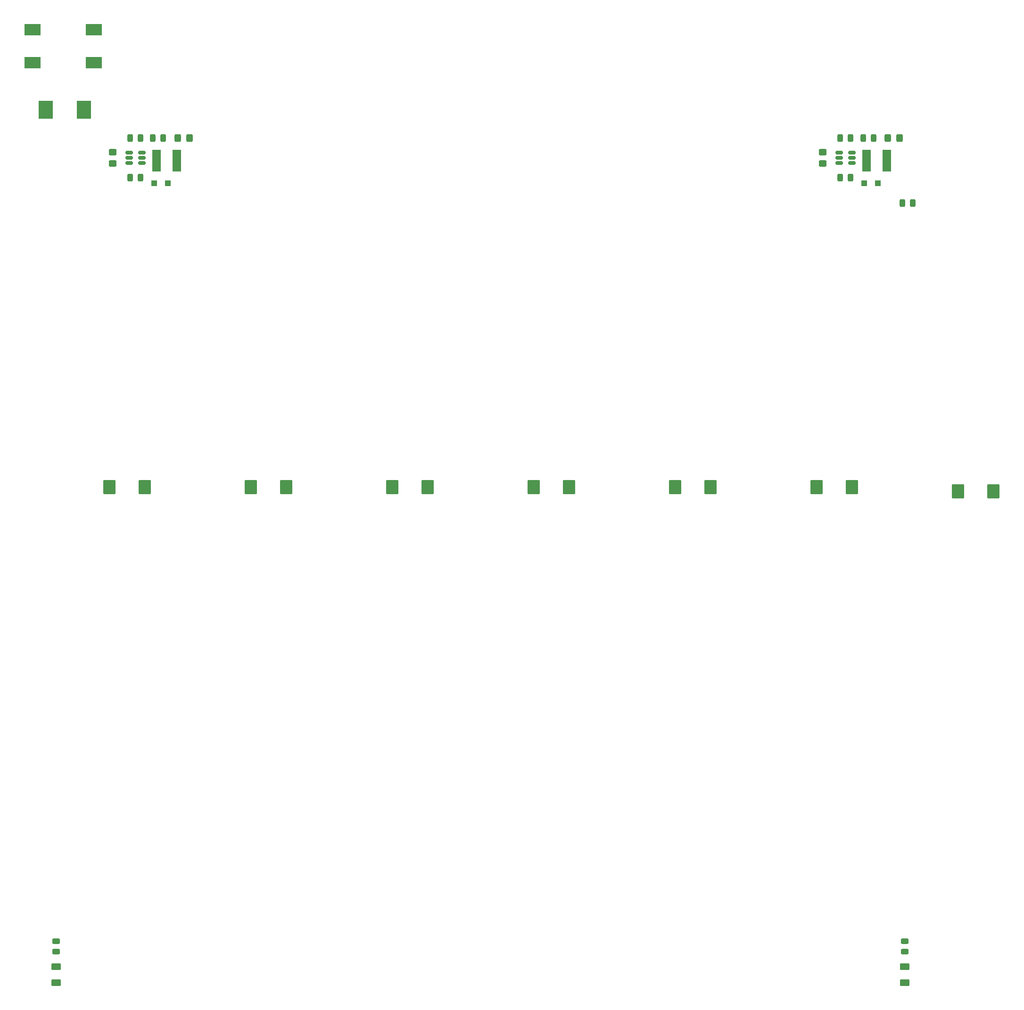
<source format=gbr>
%TF.GenerationSoftware,KiCad,Pcbnew,6.0.1-79c1e3a40b~116~ubuntu20.04.1*%
%TF.CreationDate,2022-02-06T08:21:25-08:00*%
%TF.ProjectId,rc2014-compat-backplane,72633230-3134-42d6-936f-6d7061742d62,rev?*%
%TF.SameCoordinates,Original*%
%TF.FileFunction,Paste,Top*%
%TF.FilePolarity,Positive*%
%FSLAX46Y46*%
G04 Gerber Fmt 4.6, Leading zero omitted, Abs format (unit mm)*
G04 Created by KiCad (PCBNEW 6.0.1-79c1e3a40b~116~ubuntu20.04.1) date 2022-02-06 08:21:25*
%MOMM*%
%LPD*%
G01*
G04 APERTURE LIST*
G04 Aperture macros list*
%AMRoundRect*
0 Rectangle with rounded corners*
0 $1 Rounding radius*
0 $2 $3 $4 $5 $6 $7 $8 $9 X,Y pos of 4 corners*
0 Add a 4 corners polygon primitive as box body*
4,1,4,$2,$3,$4,$5,$6,$7,$8,$9,$2,$3,0*
0 Add four circle primitives for the rounded corners*
1,1,$1+$1,$2,$3*
1,1,$1+$1,$4,$5*
1,1,$1+$1,$6,$7*
1,1,$1+$1,$8,$9*
0 Add four rect primitives between the rounded corners*
20,1,$1+$1,$2,$3,$4,$5,0*
20,1,$1+$1,$4,$5,$6,$7,0*
20,1,$1+$1,$6,$7,$8,$9,0*
20,1,$1+$1,$8,$9,$2,$3,0*%
G04 Aperture macros list end*
%ADD10RoundRect,0.250000X-0.875000X-1.025000X0.875000X-1.025000X0.875000X1.025000X-0.875000X1.025000X0*%
%ADD11RoundRect,0.243750X0.456250X-0.243750X0.456250X0.243750X-0.456250X0.243750X-0.456250X-0.243750X0*%
%ADD12RoundRect,0.250000X0.625000X-0.375000X0.625000X0.375000X-0.625000X0.375000X-0.625000X-0.375000X0*%
%ADD13R,3.000000X2.000000*%
%ADD14RoundRect,0.150000X0.512500X0.150000X-0.512500X0.150000X-0.512500X-0.150000X0.512500X-0.150000X0*%
%ADD15RoundRect,0.243750X0.243750X0.456250X-0.243750X0.456250X-0.243750X-0.456250X0.243750X-0.456250X0*%
%ADD16RoundRect,0.243750X-0.243750X-0.456250X0.243750X-0.456250X0.243750X0.456250X-0.243750X0.456250X0*%
%ADD17R,1.500000X4.000000*%
%ADD18R,1.000000X1.000000*%
%ADD19R,2.500000X3.300000*%
%ADD20RoundRect,0.250000X-0.325000X-0.450000X0.325000X-0.450000X0.325000X0.450000X-0.325000X0.450000X0*%
%ADD21RoundRect,0.250000X-0.450000X0.325000X-0.450000X-0.325000X0.450000X-0.325000X0.450000X0.325000X0*%
G04 APERTURE END LIST*
D10*
%TO.C,C13*%
X200000000Y-106680000D03*
X206400000Y-106680000D03*
%TD*%
%TO.C,C12*%
X174600000Y-105918000D03*
X181000000Y-105918000D03*
%TD*%
%TO.C,C9*%
X149200000Y-105918000D03*
X155600000Y-105918000D03*
%TD*%
%TO.C,C6*%
X123800000Y-105918000D03*
X130200000Y-105918000D03*
%TD*%
%TO.C,C3*%
X98400000Y-105918000D03*
X104800000Y-105918000D03*
%TD*%
%TO.C,C2*%
X73000000Y-105918000D03*
X79400000Y-105918000D03*
%TD*%
%TO.C,C1*%
X47600000Y-105918000D03*
X54000000Y-105918000D03*
%TD*%
D11*
%TO.C,R9*%
X190500000Y-189405500D03*
X190500000Y-187530500D03*
%TD*%
%TO.C,R8*%
X38100000Y-189405500D03*
X38100000Y-187530500D03*
%TD*%
D12*
%TO.C,D5*%
X190500000Y-194948000D03*
X190500000Y-192148000D03*
%TD*%
%TO.C,D4*%
X38100000Y-192148000D03*
X38100000Y-194948000D03*
%TD*%
D13*
%TO.C,J1*%
X44870000Y-23670000D03*
X44870000Y-29670000D03*
X33870000Y-29670000D03*
X33870000Y-23670000D03*
%TD*%
D14*
%TO.C,U2*%
X180969500Y-47686000D03*
X180969500Y-46736000D03*
X180969500Y-45786000D03*
X178694500Y-45786000D03*
X178694500Y-46736000D03*
X178694500Y-47686000D03*
%TD*%
%TO.C,U1*%
X53461500Y-47686000D03*
X53461500Y-46736000D03*
X53461500Y-45786000D03*
X51186500Y-45786000D03*
X51186500Y-46736000D03*
X51186500Y-47686000D03*
%TD*%
D15*
%TO.C,R6*%
X191945500Y-54864000D03*
X190070500Y-54864000D03*
%TD*%
D16*
%TO.C,R5*%
X183037000Y-43180000D03*
X184912000Y-43180000D03*
%TD*%
%TO.C,R3*%
X178894500Y-43180000D03*
X180769500Y-43180000D03*
%TD*%
D17*
%TO.C,L2*%
X183620000Y-47244000D03*
X187220000Y-47244000D03*
%TD*%
%TO.C,L1*%
X59712000Y-47244000D03*
X56112000Y-47244000D03*
%TD*%
D18*
%TO.C,D3*%
X183154000Y-51308000D03*
X185654000Y-51308000D03*
%TD*%
%TO.C,D2*%
X55646000Y-51308000D03*
X58146000Y-51308000D03*
%TD*%
D19*
%TO.C,D1*%
X43024000Y-38100000D03*
X36224000Y-38100000D03*
%TD*%
D20*
%TO.C,C11*%
X187443000Y-43180000D03*
X189493000Y-43180000D03*
%TD*%
D16*
%TO.C,C8*%
X178894500Y-50292000D03*
X180769500Y-50292000D03*
%TD*%
D21*
%TO.C,C5*%
X175768000Y-45711000D03*
X175768000Y-47761000D03*
%TD*%
D16*
%TO.C,R4*%
X55450500Y-43180000D03*
X57325500Y-43180000D03*
%TD*%
%TO.C,C7*%
X51386500Y-50292000D03*
X53261500Y-50292000D03*
%TD*%
%TO.C,R2*%
X51386500Y-43180000D03*
X53261500Y-43180000D03*
%TD*%
D20*
%TO.C,C10*%
X59935000Y-43180000D03*
X61985000Y-43180000D03*
%TD*%
D21*
%TO.C,C4*%
X48260000Y-45711000D03*
X48260000Y-47761000D03*
%TD*%
M02*

</source>
